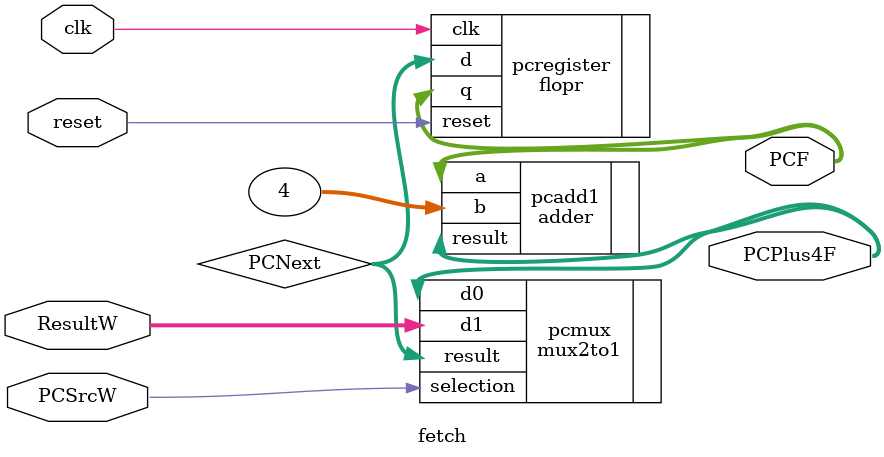
<source format=sv>
module fetch #(parameter WIDTH= 8)(
    input logic clk, reset, PCSrcW,
    input logic [WIDTH-1:0] ResultW,
    output logic [WIDTH-1:0] PCF, PCPlus4F
);
    logic [WIDTH-1:0] PCNext;

    // Next PC Multiplexer
    mux2to1 #(WIDTH) pcmux(.d0(PCPlus4F), .d1(ResultW),
                         .selection(PCSrcW), .result(PCNext));

    // PC Holder Register
    flopr #(WIDTH) pcregister(.clk(clk), .reset(reset),
                         .d(PCNext), .q(PCF));

    // (PC + 4) Adder
    adder #(WIDTH) pcadd1(.a(PCF), .b(4), .result(PCPlus4F));

endmodule

</source>
